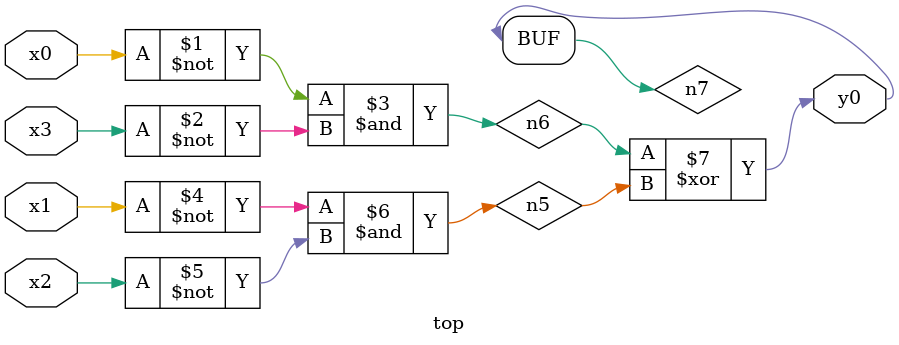
<source format=v>
module top( x0 , x1 , x2 , x3 , y0 );
  input x0 , x1 , x2 , x3 ;
  output y0 ;
  wire n5 , n6 , n7 ;
  assign n6 = ~x0 & ~x3 ;
  assign n5 = ~x1 & ~x2 ;
  assign n7 = n6 ^ n5 ;
  assign y0 = n7 ;
endmodule

</source>
